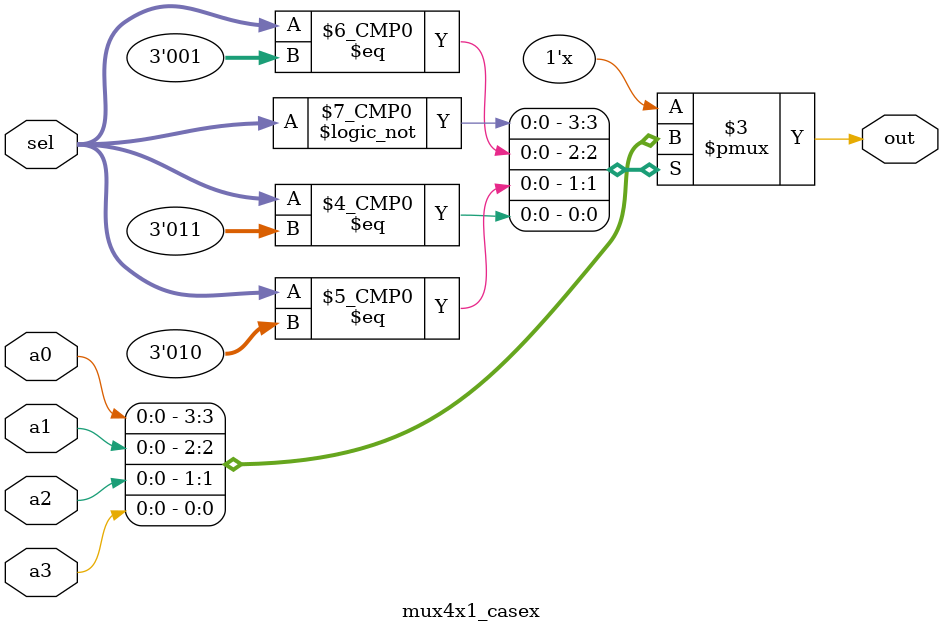
<source format=v>
`timescale 1ns / 1ps


module mux4x1_casex(
    input  a0, a1, a2, a3,
    input [2:0] sel,
    output reg out 
       );
       
       always @ (a0 or a1 or a2 or a3 or sel)
            casez(sel)
                2'b000: out = a0;
                2'b001: out = a1;
                2'b010: out = a2;
                2'b011: out = a3;
                2'b0xx: out = 0;
             endcase                  

endmodule

</source>
